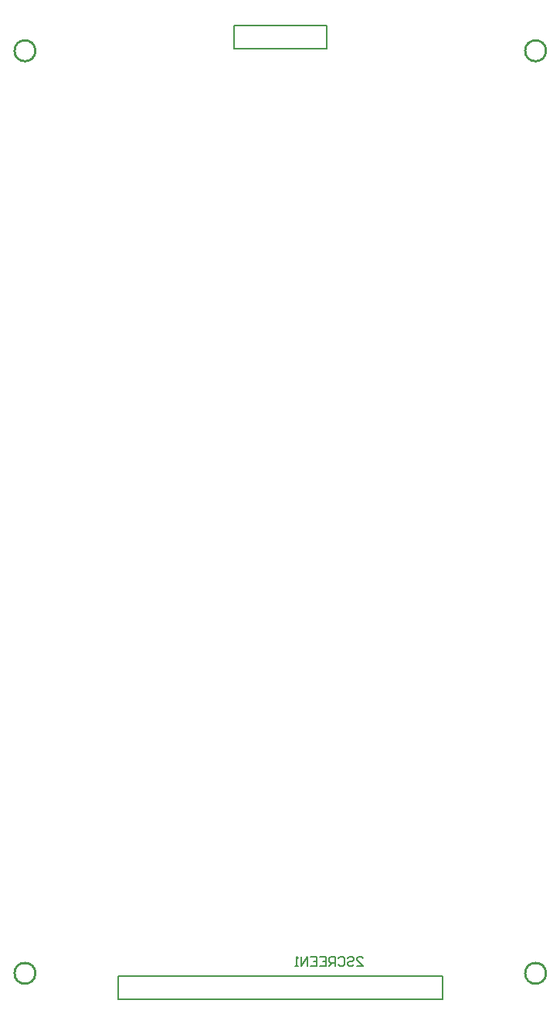
<source format=gbo>
G04*
G04 #@! TF.GenerationSoftware,Altium Limited,Altium Designer,25.4.2 (15)*
G04*
G04 Layer_Color=32896*
%FSLAX44Y44*%
%MOMM*%
G71*
G04*
G04 #@! TF.SameCoordinates,1E8D850E-D21C-4C0F-B5A5-9806772CD421*
G04*
G04*
G04 #@! TF.FilePolarity,Positive*
G04*
G01*
G75*
%ADD12C,0.1524*%
%ADD14C,0.1500*%
%ADD16C,0.2540*%
D12*
X406898Y52834D02*
X413669D01*
X406898Y59605D01*
Y61298D01*
X408591Y62990D01*
X411977D01*
X413669Y61298D01*
X396741D02*
X398434Y62990D01*
X401820D01*
X403513Y61298D01*
Y59605D01*
X401820Y57912D01*
X398434D01*
X396741Y56219D01*
Y54526D01*
X398434Y52834D01*
X401820D01*
X403513Y54526D01*
X386585Y61298D02*
X388278Y62990D01*
X391663D01*
X393356Y61298D01*
Y54526D01*
X391663Y52834D01*
X388278D01*
X386585Y54526D01*
X383199Y52834D02*
Y62990D01*
X378121D01*
X376428Y61298D01*
Y57912D01*
X378121Y56219D01*
X383199D01*
X379814D02*
X376428Y52834D01*
X366271Y62990D02*
X373042D01*
Y52834D01*
X366271D01*
X373042Y57912D02*
X369657D01*
X356115Y62990D02*
X362886D01*
Y52834D01*
X356115D01*
X362886Y57912D02*
X359500D01*
X352729Y52834D02*
Y62990D01*
X345958Y52834D01*
Y62990D01*
X342572Y52834D02*
X339187D01*
X340880D01*
Y62990D01*
X342572Y61298D01*
D14*
X373757Y1058300D02*
Y1083735D01*
X271900D02*
X373757D01*
X271900Y1058300D02*
Y1083735D01*
Y1058300D02*
X373757D01*
X144900Y16900D02*
Y42300D01*
X500500D01*
Y16900D02*
Y42300D01*
X144900Y16900D02*
X500500D01*
D16*
X54270Y45000D02*
G03*
X54270Y45000I-11430J0D01*
G01*
X613990D02*
G03*
X613990Y45000I-11430J0D01*
G01*
Y1055600D02*
G03*
X613990Y1055600I-11430J0D01*
G01*
X54270D02*
G03*
X54270Y1055600I-11430J0D01*
G01*
M02*

</source>
